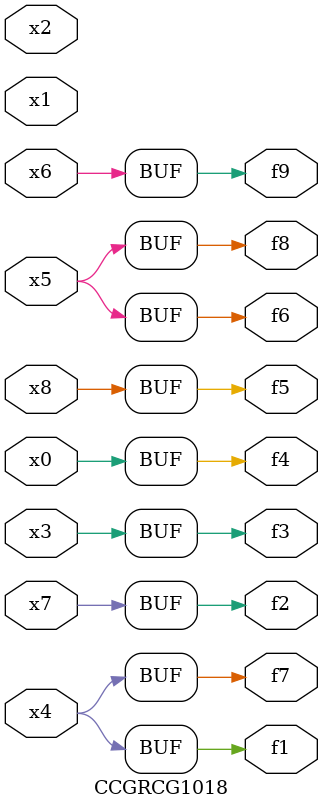
<source format=v>
module CCGRCG1018(
	input x0, x1, x2, x3, x4, x5, x6, x7, x8,
	output f1, f2, f3, f4, f5, f6, f7, f8, f9
);
	assign f1 = x4;
	assign f2 = x7;
	assign f3 = x3;
	assign f4 = x0;
	assign f5 = x8;
	assign f6 = x5;
	assign f7 = x4;
	assign f8 = x5;
	assign f9 = x6;
endmodule

</source>
